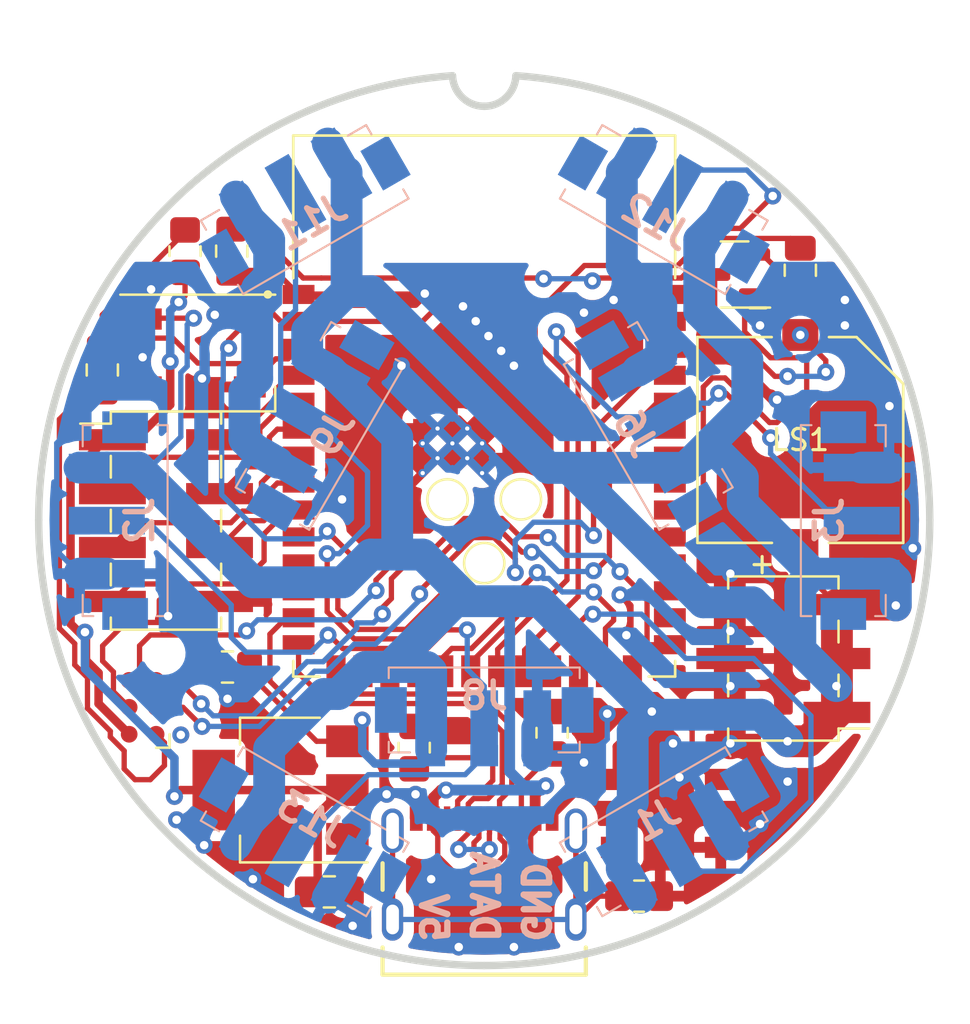
<source format=kicad_pcb>
(kicad_pcb (version 20211014) (generator pcbnew)

  (general
    (thickness 1.6)
  )

  (paper "A4")
  (layers
    (0 "F.Cu" signal)
    (31 "B.Cu" signal)
    (32 "B.Adhes" user "B.Adhesive")
    (33 "F.Adhes" user "F.Adhesive")
    (34 "B.Paste" user)
    (35 "F.Paste" user)
    (36 "B.SilkS" user "B.Silkscreen")
    (37 "F.SilkS" user "F.Silkscreen")
    (38 "B.Mask" user)
    (39 "F.Mask" user)
    (40 "Dwgs.User" user "User.Drawings")
    (41 "Cmts.User" user "User.Comments")
    (42 "Eco1.User" user "User.Eco1")
    (43 "Eco2.User" user "User.Eco2")
    (44 "Edge.Cuts" user)
    (45 "Margin" user)
    (46 "B.CrtYd" user "B.Courtyard")
    (47 "F.CrtYd" user "F.Courtyard")
    (48 "B.Fab" user)
    (49 "F.Fab" user)
    (50 "User.1" user)
    (51 "User.2" user)
    (52 "User.3" user)
    (53 "User.4" user)
    (54 "User.5" user)
    (55 "User.6" user)
    (56 "User.7" user)
    (57 "User.8" user)
    (58 "User.9" user)
  )

  (setup
    (stackup
      (layer "F.SilkS" (type "Top Silk Screen"))
      (layer "F.Paste" (type "Top Solder Paste"))
      (layer "F.Mask" (type "Top Solder Mask") (thickness 0.01))
      (layer "F.Cu" (type "copper") (thickness 0.035))
      (layer "dielectric 1" (type "core") (thickness 1.51) (material "FR4") (epsilon_r 4.5) (loss_tangent 0.02))
      (layer "B.Cu" (type "copper") (thickness 0.035))
      (layer "B.Mask" (type "Bottom Solder Mask") (thickness 0.01))
      (layer "B.Paste" (type "Bottom Solder Paste"))
      (layer "B.SilkS" (type "Bottom Silk Screen"))
      (copper_finish "None")
      (dielectric_constraints no)
    )
    (pad_to_mask_clearance 0)
    (pcbplotparams
      (layerselection 0x00010fc_ffffffff)
      (disableapertmacros false)
      (usegerberextensions false)
      (usegerberattributes true)
      (usegerberadvancedattributes true)
      (creategerberjobfile true)
      (svguseinch false)
      (svgprecision 6)
      (excludeedgelayer true)
      (plotframeref false)
      (viasonmask false)
      (mode 1)
      (useauxorigin false)
      (hpglpennumber 1)
      (hpglpenspeed 20)
      (hpglpendiameter 15.000000)
      (dxfpolygonmode true)
      (dxfimperialunits true)
      (dxfusepcbnewfont true)
      (psnegative false)
      (psa4output false)
      (plotreference true)
      (plotvalue true)
      (plotinvisibletext false)
      (sketchpadsonfab false)
      (subtractmaskfromsilk false)
      (outputformat 1)
      (mirror false)
      (drillshape 0)
      (scaleselection 1)
      (outputdirectory "gerber/")
    )
  )

  (net 0 "")
  (net 1 "+5V")
  (net 2 "GND")
  (net 3 "+3V3")
  (net 4 "ESP_EN")
  (net 5 "LED_INTERNAL")
  (net 6 "ESP_TX")
  (net 7 "ESP_RX")
  (net 8 "ESP_IO0")
  (net 9 "ESP_D+")
  (net 10 "unconnected-(U2-Pad17)")
  (net 11 "ESP_D-")
  (net 12 "ESP_IO4")
  (net 13 "Net-(J4-PadB5)")
  (net 14 "Net-(J4-PadS1)")
  (net 15 "Net-(J4-PadA5)")
  (net 16 "unconnected-(J4-PadA8)")
  (net 17 "unconnected-(J4-PadB8)")
  (net 18 "BUZZER")
  (net 19 "ESP_IO5")
  (net 20 "ESP_IO6")
  (net 21 "ESP_IO7")
  (net 22 "ESP_IO8")
  (net 23 "LED_EXTERNAL_0")
  (net 24 "ESP_IO9")
  (net 25 "unconnected-(U2-Pad11)")
  (net 26 "unconnected-(U2-Pad15)")
  (net 27 "unconnected-(U2-Pad16)")
  (net 28 "LED_EXTERNAL_2")
  (net 29 "LED_EXTERNAL_4")
  (net 30 "LED_EXTERNAL_1")
  (net 31 "LED_EXTERNAL_3")
  (net 32 "LED_EXTERNAL_5")
  (net 33 "unconnected-(U2-Pad24)")
  (net 34 "unconnected-(U2-Pad26)")
  (net 35 "unconnected-(U2-Pad28)")
  (net 36 "unconnected-(U2-Pad29)")
  (net 37 "unconnected-(U2-Pad30)")
  (net 38 "unconnected-(U2-Pad31)")
  (net 39 "unconnected-(U2-Pad33)")
  (net 40 "unconnected-(U2-Pad34)")
  (net 41 "unconnected-(U2-Pad35)")
  (net 42 "unconnected-(U2-Pad38)")
  (net 43 "unconnected-(U2-Pad39)")
  (net 44 "unconnected-(D2-Pad2)")
  (net 45 "unconnected-(D1-Pad2)")
  (net 46 "Net-(LS1-PadN)")
  (net 47 "unconnected-(U2-Pad10)")
  (net 48 "unconnected-(U2-Pad12)")

  (footprint "LED_SMD:LED_WS2812B_PLCC4_5.0x5.0mm_P3.2mm" (layer "F.Cu") (at 58.7 63.8))

  (footprint "TestPoint:TestPoint_Pad_D1.5mm" (layer "F.Cu") (at 51.73 49))

  (footprint "TestPoint:TestPoint_Pad_D1.5mm" (layer "F.Cu") (at 48.27 49))

  (footprint "Resistor_SMD:R_0805_2012Metric_Pad1.20x1.40mm_HandSolder" (layer "F.Cu") (at 57.3 67.7))

  (footprint "CMI-9705-0380-SMT-TR:CUI_CMI-9705-0380-SMT-TR" (layer "F.Cu") (at 64.9 46.2 180))

  (footprint "AMS1117:SOT-223-3Lead_TabPin2" (layer "F.Cu") (at 40.4 62.7 180))

  (footprint "Capacitor_SMD:C_0805_2012Metric_Pad1.18x1.45mm_HandSolder" (layer "F.Cu") (at 32 42.9 -90))

  (footprint "Resistor_SMD:R_0805_2012Metric_Pad1.20x1.40mm_HandSolder" (layer "F.Cu") (at 46.7 60.7 90))

  (footprint "Connector_PinHeader_2.54mm:PinHeader_2x04_P2.54mm_Vertical_SMD" (layer "F.Cu") (at 35 50))

  (footprint "Capacitor_SMD:C_0805_2012Metric_Pad1.18x1.45mm_HandSolder" (layer "F.Cu") (at 64.9 38.2 -90))

  (footprint "LED_SMD:LED_WS2812B_PLCC4_5.0x5.0mm_P3.2mm" (layer "F.Cu") (at 36.5 42.1))

  (footprint "Connector:Tag-Connect_TC2030-IDC-NL_2x03_P1.27mm_Vertical" (layer "F.Cu") (at 33.9 58.8 90))

  (footprint "ESP32-S3:XCVR_ESP32-S3-WROOM-1-N16R2" (layer "F.Cu") (at 50 44.6))

  (footprint "Package_TO_SOT_SMD:SOT-23" (layer "F.Cu") (at 61.8 38.4 180))

  (footprint "Resistor_SMD:R_0805_2012Metric_Pad1.20x1.40mm_HandSolder" (layer "F.Cu") (at 35.9 37.3 90))

  (footprint "USB:GCT_USB4105-GF-A" (layer "F.Cu") (at 50 68.8))

  (footprint "Connector_PinHeader_2.54mm:PinHeader_2x03_P2.54mm_Vertical_SMD" (layer "F.Cu") (at 64.1 56.5 180))

  (footprint "Capacitor_SMD:C_0805_2012Metric_Pad1.18x1.45mm_HandSolder" (layer "F.Cu") (at 42.7 67.5))

  (footprint "TestPoint:TestPoint_Pad_D1.5mm" (layer "F.Cu") (at 50 52))

  (footprint "Resistor_SMD:R_0805_2012Metric_Pad1.20x1.40mm_HandSolder" (layer "F.Cu") (at 53.2 60 90))

  (footprint "Capacitor_SMD:C_0805_2012Metric_Pad1.18x1.45mm_HandSolder" (layer "F.Cu") (at 38.1 37.3 -90))

  (footprint "Capacitor_SMD:C_0805_2012Metric_Pad1.18x1.45mm_HandSolder" (layer "F.Cu") (at 37.9 56.9 180))

  (footprint "KYOCERA:009155003541006" (layer "B.Cu") (at 43.07 46 -120))

  (footprint "KYOCERA:009155003541006" (layer "B.Cu") (at 42 63.86 -30))

  (footprint "KYOCERA:009155003541006" (layer "B.Cu") (at 58 63.86 30))

  (footprint "KYOCERA:009155003541006" (layer "B.Cu") (at 66 50 90))

  (footprint "KYOCERA:009155003541006" (layer "B.Cu") (at 56.93 46 120))

  (footprint "KYOCERA:009155003541006" (layer "B.Cu") (at 58 36.14 150))

  (footprint "KYOCERA:009155003541006" (layer "B.Cu") (at 50 58))

  (footprint "KYOCERA:009155003541006" (layer "B.Cu") (at 42 36.14 -150))

  (footprint "KYOCERA:009155003541006" (layer "B.Cu") (at 34 50 -90))

  (gr_curve (pts (xy 51.494084 29.029381) (xy 51.462519 29.829935) (xy 50.808295 30.470615) (xy 50.000011 30.470615)) (layer "Edge.Cuts") (width 0.35) (tstamp 02025f0d-2c36-4e8a-b2f2-bd209884a171))
  (gr_curve (pts (xy 71 49.970609) (xy 71 38.875572) (xy 62.393957 29.796475) (xy 51.494084 29.029381)) (layer "Edge.Cuts") (width 0.35) (tstamp 15e7e8ae-30f8-4ab4-8598-527b01c57ead))
  (gr_curve (pts (xy 29.000001 49.970609) (xy 29.000001 61.568588) (xy 38.402011 70.970619) (xy 50.000011 70.970619)) (layer "Edge.Cuts") (width 0.35) (tstamp 2fe86075-1652-4a57-add0-6a0d4ccd3bba))
  (gr_curve (pts (xy 50.000011 70.970619) (xy 61.59799 70.970619) (xy 71 61.568588) (xy 71 49.970609)) (layer "Edge.Cuts") (width 0.35) (tstamp 6f5105ac-cf26-4982-b835-feffb12fc1cd))
  (gr_curve (pts (xy 48.505916 29.029381) (xy 37.606022 29.796475) (xy 29.000001 38.875572) (xy 29.000001 49.970609)) (layer "Edge.Cuts") (width 0.35) (tstamp 83454dc4-d07d-4169-b1b5-ccfdc401f507))
  (gr_curve (pts (xy 50.000011 30.470615) (xy 49.191706 30.470615) (xy 48.537482 29.829935) (xy 48.505916 29.029381)) (layer "Edge.Cuts") (width 0.35) (tstamp ae5e877b-644d-456e-b5ef-1a64fc0b52f5))
  (gr_text "DATA" (at 50 70 270) (layer "B.SilkS") (tstamp 71347679-6d00-4bdf-82a7-292868af630f)
    (effects (font (size 1.2 1.2) (thickness 0.3)) (justify left mirror))
  )
  (gr_text "GND" (at 52.4 70 270) (layer "B.SilkS") (tstamp b78bfc8f-0469-4499-ad41-c131461c3c5d)
    (effects (font (size 1.2 1.2) (thickness 0.3)) (justify left mirror))
  )
  (gr_text "5V" (at 47.6 70 270) (layer "B.SilkS") (tstamp fcb97466-92b0-4979-a8fb-7f5018f5491e)
    (effects (font (size 1.2 1.2) (thickness 0.3)) (justify left mirror))
  )

  (via (at 35.7 60.1) (size 0.8) (drill 0.4) (layers "F.Cu" "B.Cu") (free) (net 0) (tstamp 3a1a3334-b5d3-4b75-9524-906571210d3b))
  (segment (start 66.625 53.96) (end 69.36 53.96) (width 1.5) (layer "F.Cu") (net 1) (tstamp 1ab7e168-65ef-4c69-aee8-827e1f2d4f74))
  (segment (start 42.1 60.4) (end 43.55 60.4) (width 0.25) (layer "F.Cu") (net 1) (tstamp 257b7ca8-1cb9-4fe8-84ad-e7a71d3c2e46))
  (segment (start 47.6 63.062978) (end 47.6 64.045) (width 0.508) (layer "F.Cu") (net 1) (tstamp 26890865-820e-4f14-b8f0-4f830b5d6ea8))
  (segment (start 57.9 59) (end 56.25 60.65) (width 0.4) (layer "F.Cu") (net 1) (tstamp 2916e286-2d8e-459a-a801-ff7973ef9fa7))
  (segment (start 47.962978 62.7) (end 47.6 63.062978) (width 0.508) (layer "F.Cu") (net 1) (tstamp 2feeab13-c423-4052-9869-99a9a36c9cec))
  (segment (start 36.2995 40.458879) (end 34.741121 40.458879) (width 0.25) (layer "F.Cu") (net 1) (tstamp 32268ec9-ef36-4455-9db6-a5ee2b2432f4))
  (segment (start 64.9 51.15) (end 64.9 52.235) (width 0.25) (layer "F.Cu") (net 1) (tstamp 3872a798-7f5f-4b91-96ae-c068ecddcd72))
  (segment (start 47.6 64.045) (end 47.6 64.620727) (width 0.25) (layer "F.Cu") (net 1) (tstamp 3f525730-2b60-4fcf-adc6-0a8cf97d099c))
  (segment (start 52.4 62.9) (end 52.4 64.045) (width 0.508) (layer "F.Cu") (net 1) (tstamp 49322a6e-e281-46e3-ad3d-20050b2bb3dc))
  (segment (start 52.190479 65.809521) (end 52.190479 64.830248) (width 0.25) (layer "F.Cu") (net 1) (tstamp 4c6ebc15-4f96-4288-a5ed-5a7b5b989e43))
  (segment (start 64.9 52.235) (end 66.625 53.96) (width 0.25) (layer "F.Cu") (net 1) (tstamp 596c4946-f4f7-4581-a679-c686de92f943))
  (segment (start 69.36 53.96) (end 69.4 54) (width 1.5) (layer "F.Cu") (net 1) (tstamp 5f29c71d-d990-4098-9efa-edd1d6e06641))
  (segment (start 48.2 62.7) (end 47.962978 62.7) (width 0.508) (layer "F.Cu") (net 1) (tstamp 611ac314-42cd-41a8-91b4-3f1060711534))
  (segment (start 52.9 62.4) (end 52.4 62.9) (width 0.508) (layer "F.Cu") (net 1) (tstamp 61fc3ea2-00fe-49a0-abaa-a83a0272f2cb))
  (segment (start 64.3 60.4) (end 65.265 60.4) (width 1.5) (layer "F.Cu") (net 1) (tstamp 66cebd83-6351-4cf9-844e-f0e2e255291e))
  (segment (start 52.4 64.620727) (end 52.4 64.045) (width 0.25) (layer "F.Cu") (net 1) (tstamp 6c751816-cee0-4df4-9d46-48a5e4e5ba4f))
  (segment (start 52.9 62.4) (end 52.9 62.5) (width 0.508) (layer "F.Cu") (net 1) (tstamp 6f0fe351-769e-4b3a-bceb-af950cef9286))
  (segment (start 48.7 66.7) (end 51.3 66.7) (width 0.25) (layer "F.Cu") (net 1) (tstamp 7b171160-3831-405e-beb6-8ecdd733f235))
  (segment (start 47.809521 64.830248) (end 47.809521 65.809521) (width 0.25) (layer "F.Cu") (net 1) (tstamp 81890a6b-86dd-4622-940a-2aa2760cf519))
  (segment (start 38.9375 56.9) (end 38.9375 57.2375) (width 0.25) (layer "F.Cu") (net 1) (tstamp 8233a213-1f1f-4788-8fee-5f729bbf84da))
  (segment (start 56.25 60.65) (end 56.25 62.2) (width 0.4) (layer "F.Cu") (net 1) (tstamp 84effbd7-df07-4ed7-9a69-3f907cd61bf4))
  (segment (start 66.625 56.5) (end 66.625 59.04) (width 1.5) (layer "F.Cu") (net 1) (tstamp 912045d1-f4a7-41cf-a4f2-c3a419404778))
  (segment (start 52.190479 64.830248) (end 52.4 64.620727) (width 0.25) (layer "F.Cu") (net 1) (tstamp a48be18c-803e-4df9-a0c7-4ef12645cc81))
  (segment (start 65.265 60.4) (end 66.625 59.04) (width 1.5) (layer "F.Cu") (net 1) (tstamp ac514b35-215a-4457-8b72-7ea059606705))
  (segment (start 44.250498 59.4) (end 44.250498 59.699502) (width 0.25) (layer "F.Cu") (net 1) (tstamp af240a80-16db-447f-8ae2-22f0ca408f4c))
  (segment (start 38.9375 57.2375) (end 42.1 60.4) (width 0.25) (layer "F.Cu") (net 1) (tstamp b5caeb15-a9b8-440b-bb54-7f763a444911))
  (segment (start 34.7 40.5) (end 34.05 40.5) (width 0.25) (layer "F.Cu") (net 1) (tstamp c00ea4d0-8e97-4f26-898d-2de8b03be371))
  (segment (start 34.741121 40.458879) (end 34.7 40.5) (width 0.25) (layer "F.Cu") (net 1) (tstamp cc39bb68-6c5c-4d45-9568-e1f8b4124458))
  (segment (start 47.809521 65.809521) (end 48.7 66.7) (width 0.25) (layer "F.Cu") (net 1) (tstamp d5bfb570-d704-4eb8-b9c2-5ca29b1b7012))
  (segment (start 47.6 64.620727) (end 47.809521 64.830248) (width 0.25) (layer "F.Cu") (net 1) (tstamp db8a87c6-0cb3-451a-8993-2036f12ab455))
  (segment (start 51.3 66.7) (end 52.190479 65.809521) (width 0.25) (layer "F.Cu") (net 1) (tstamp e2b85c11-50d6-44cf-b9bc-ff730288aaa3))
  (segment (start 66.625 53.96) (end 66.625 56.5) (width 1.5) (layer "F.Cu") (net 1) (tstamp e2cfb055-efcc-4c97-8848-6b15df2b09ea))
  (segment (start 44.250498 59.699502) (end 43.55 60.4) (width 0.25) (layer "F.Cu") (net 1) (tstamp ee8b1744-4bb9-4ca7-81d6-73205f8acd2d))
  (via (at 64.3 60.4) (size 0.8) (drill 0.4) (layers "F.Cu" "B.Cu") (net 1) (tstamp 436cd9a8-9e91-4dcb-974d-546eb40615ac))
  (via (at 57.9 59) (size 0.8) (drill 0.4) (layers "F.Cu" "B.Cu") (net 1) (tstamp 4dc2cc97-f1d0-44db-ad42-6887226034f6))
  (via (at 69.4 54) (size 0.8) (drill 0.4) (layers "F.Cu" "B.Cu") (net 1) (tstamp 5585aa5f-4576-46b3-b861-dba8c9f62dda))
  (via (at 52.9 62.5) (size 0.8) (drill 0.4) (layers "F.Cu" "B.Cu") (net 1) (tstamp 87aec584-7456-45f3-91a4-30c7766c368e))
  (via (at 44.250498 59.4) (size 0.8) (drill 0.4) (layers "F.Cu" "B.Cu") (net 1) (tstamp 967020df-d1e7-4f1b-839c-f7000e628acb))
  (via (at 36.2995 40.458879) (size 0.8) (drill 0.4) (layers "F.Cu" "B.Cu") (net 1) (tstamp a99d0c10-df94-419b-bc4d-bc2210591662))
  (via (at 66.6 57.8) (size 0.8) (drill 0.4) (layers "F.Cu" "B.Cu") (net 1) (tstamp dd20fc3f-bfb0-4859-92ab-4c54a5b8bb0e))
  (via (at 48.2 62.7) (size 0.8) (drill 0.4) (layers "F.Cu" "B.Cu") (net 1) (tstamp edd82b38-554f-4063-8b74-79348c29555f))
  (segment (start 35.7 46.05) (end 34.25 47.5) (width 0.25) (layer "B.Cu") (net 1) (tstamp 000a1d7a-94de-465c-b1b8-7b80a99f1291))
  (segment (start 45.9 46.069206) (end 45.9 51.6) (width 1.5) (layer "B.Cu") (net 1) (tstamp 02752434-8751-4b0d-8659-7192343eb75c))
  (segment (start 30.924989 47.499808) (end 32.2125 47.5) (width 1.5) (layer "B.Cu") (net 1) (tstamp 039d0357-4bce-43db-8ed6-cc1ad547c7aa))
  (segment (start 45.9 51.6) (end 47.1 51.6) (width 1.5) (layer "B.Cu") (net 1) (tstamp 06fb19a5-e5a1-4470-9c66-0d0573961e35))
  (segment (start 44.690322 39.187563) (end 43.512437 39.187563) (width 1.5) (layer "B.Cu") (net 1) (tstamp 09cde777-0ab0-4020-84e7-f09949f6bc93))
  (segment (start 57.9 59) (end 57.8 59.1) (width 1.5) (layer "B.Cu") (net 1) (tstamp 0b6db8cc-5cb3-48ff-a3b2-913cfa268b0f))
  (segment (start 34.25 47.5) (end 32.2125 47.5) (width 0.25) (layer "B.Cu") (net 1) (tstamp 0c7e9d97-f083-4f21-9947-6ed781c0168a))
  (segment (start 62.4 44.599334) (end 59.72802 47.271314) (width 1.5) (layer "B.Cu") (net 1) (tstamp 0ceb70ab-b158-499e-9df4-36f9a07d50bf))
  (segment (start 43.512437 39.187563) (end 43.512437 33.583103) (width 1.5) (layer "B.Cu") (net 1) (tstamp 126db389-6547-4ef3-914b-9e7fb07867b2))
  (segment (start 47.1 51.6) (end 49.300011 53.800011) (width 1.5) (layer "B.Cu") (net 1) (tstamp 13e15420-77eb-4f3f-a87f-e3b05367207d))
  (segment (start 47.12385 61.450969) (end 47.499808 61.075011) (width 0.4) (layer "B.Cu") (net 1) (tstamp 1438393f-50be-4584-85cb-64a81069712c))
  (segment (start 39.106586 52.907564) (end 33.699022 47.5) (width 1.5) (layer "B.Cu") (net 1) (tstamp 16f487b6-b824-4b58-91f2-d6b2e9bce3c5))
  (segment (start 43.271314 33.34198) (end 43.271314 33.671314) (width 0.508) (layer "B.Cu") (net 1) (tstamp 179f68f0-a496-4478-807a-8a228ac1fdea))
  (segment (start 44.250498 59.4) (end 44.250498 60.850498) (width 0.4) (layer "B.Cu") (net 1) (tstamp 17f3049c-2ecb-4506-920c-a906c8f57c5c))
  (segment (start 53.015196 47.512437) (end 44.690322 39.187563) (width 1.5) (layer "B.Cu") (net 1) (tstamp 1dfa3d63-37cc-4399-bc81-c26354601270))
  (segment (start 36.2995 40.458879) (end 36 40.758379) (width 0.25) (layer "B.Cu") (net 1) (tstamp 1e7724cc-12e1-4dd8-b75b-d3f7a3bffcec))
  (segment (start 43.512437 39.187563) (end 41.657058 41.042942) (width 1.5) (layer "B.Cu") (net 1) (tstamp 226133bf-717b-412e-a057-c2e86f0862ed))
  (segment (start 66.6 57.8) (end 64.900489 56.100489) (width 1.5) (layer "B.Cu") (net 1) (tstamp 2270ac14-2b76-48f7-a1d6-48e1bcb60399))
  (segment (start 47.5 59.7875) (end 47.5 57.100978) (width 1.5) (layer "B.Cu") (net 1) (tstamp 22ce26e9-6173-4555-ab7a-a54424d6ac5d))
  (segment (start 57 59.9) (end 57 63.279259) (width 1.5) (layer "B.Cu") (net 1) (tstamp 22d04dce-cd6a-4cec-9e87-707fcc3a5f6a))
  (segment (start 60.843134 46.627724) (end 62.18657 47.97116) (width 1.5) (layer "B.Cu") (net 1) (tstamp 25b8529f-de0b-41ea-9eaf-944a1e96fb29))
  (segment (start 42.627724 32.226866) (end 43.271314 33.34198) (width 1.5) (layer "B.Cu") (net 1) (tstamp 2ae42398-6c29-43fd-a69b-1fdb739a259b))
  (segment (start 64.900489 53.099511) (end 65.5 52.5) (width 1.5) (layer "B.Cu") (net 1) (tstamp 321a4aec-45df-4ea5-9e1e-812b2e5883f0))
  (segment (start 39.863527 63.235679) (end 38.941186 64.15802) (width 1.5) (layer "B.Cu") (net 1) (tstamp 35323539-3c91-45ae-a02b-2c1c09a1a440))
  (segment (start 61.058814 35.84198) (end 60.136473 36.764321) (width 1.5) (layer "B.Cu") (net 1) (tstamp 3934c9a6-865d-40a7-bafa-f7759a48a519))
  (segment (start 62.18657 49.18657) (end 65.5 52.5) (width 1.5) (layer "B.Cu") (net 1) (tstamp 3ab214bb-e580-4dcb-86c8-1a855e3bd773))
  (segment (start 60.136473 40.136473) (end 62.4 42.4) (width 1.5) (layer "B.Cu") (net 1) (tstamp 3cb6da36-fe9c-4984-b9ef-754b7cca2469))
  (segment (start 52.9 62.5) (end 51.867363 62.5) (width 0.508) (layer "B.Cu") (net 1) (tstamp 3db1eab7-d1e2-4856-9133-6156a5b07976))
  (segment (start 44.250498 60.850498) (end 44.850969 61.450969) (width 0.4) (layer "B.Cu") (net 1) (tstamp 3e8ceb7f-0b7c-48cb-b0fc-480d30c2e45a))
  (segment (start 47.5 57.100978) (end 47.299511 56.900489) (width 1.5) (layer "B.Cu") (net 1) (tstamp 406d6b8f-8aac-4a85-9861-7c8d913b32e2))
  (segment (start 44.399511 56.900489) (end 43.12644 58.17356) (width 1.5) (layer "B.Cu") (net 1) (tstamp 427bf77c-3e29-425b-a73a-64a9975c3d5f))
  (segment (start 53.015196 47.512437) (end 53.986585 47.512437) (width 1.5) (layer "B.Cu") (net 1) (tstamp 4551b841-6bf4-4692-8680-0c8c210e0d5f))
  (segment (start 56.487563 63.791696) (end 56.487563 66.416897) (width 1.5) (layer "B.Cu") (net 1) (tstamp 48bfb054-35fa-46a1-9ac3-456bc3eae2b4))
  (segment (start 53.986585 47.512437) (end 60.324637 53.850489) (width 1.5) (layer "B.Cu") (net 1) (tstamp 4997c37b-168d-4bbd-9073-89e792676323))
  (segment (start 51.2 54) (end 51.4 53.8) (width 0.508) (layer "B.Cu") (net 1) (tstamp 4d55b5f5-0ddb-4e00-a307-da3ecfaf3e29))
  (segment (start 47.100489 56.900489) (end 47.299511 56.900489) (width 1.5) (layer "B.Cu") (net 1) (tstamp 4f2decb1-190c-44f6-bb9c-f88f37317c45))
  (segment (start 51.2 61.832637) (end 51.2 54) (width 0.508) (layer "B.Cu") (net 1) (tstamp 635632b3-9828-4261-86e3-f775f3b55cdc))
  (segment (start 39.863527 60.756073) (end 39.863527 63.235679) (width 1.5) (layer "B.Cu") (net 1) (tstamp 64836aae-6684-4d99-99ed-c051a4707264))
  (segment (start 52.7 62.7) (end 52.9 62.5) (width 0.508) (layer "B.Cu") (net 1) (tstamp 683090bf-0121-4bb4-b7d7-6702c2335793))
  (segment (start 65.5 52.5) (end 67.7875 52.5) (width 1.5) (layer "B.Cu") (net 1) (tstamp 6c892449-fa98-4beb-9545-a7daa2d377fc))
  (segment (start 62.18657 47.97116) (end 62.18657 49.18657) (width 1.5) (layer "B.Cu") (net 1) (tstamp 6d97a773-7566-43e5-a8e3-b42dc24928d5))
  (segment (start 44.643716 51.6) (end 43.336152 52.907564) (width 1.5) (layer "B.Cu") (net 1) (tstamp 6de3070a-7531-42ce-a1d4-a7c785d5ad43))
  (segment (start 48.2 62.7) (end 52.7 62.7) (width 0.508) (layer "B.Cu") (net 1) (tstamp 6eceff25-1402-46b4-8802-cdab6ba8051e))
  (segment (start 69.075011 52.500192) (end 67.7875 52.5) (width 1.5) (layer "B.Cu") (net 1) (tstamp 7362ae56-3517-4081-bccb-817245acf9af))
  (segment (start 57.372276 67.773134) (end 56.728686 66.65802) (width 1.5) (layer "B.Cu") (net 1) (tstamp 755079d2-c7b5-4488-b47a-e8bf3710027f))
  (segment (start 59.72802 47.271314) (end 59.486897 47.512437) (width 1.5) (layer "B.Cu") (net 1) (tstamp 83830d69-3c9d-4225-81c0-c67c61c0f729))
  (segment (start 36 42.724614) (end 35.7 43.024614) (width 0.25) (layer "B.Cu") (net 1) (tstamp 84c4a4ce-8793-48a2-aff2-1ab74dfdc036))
  (segment (start 69.4 54) (end 69.4 52.825181) (width 1.5) (layer "B.Cu") (net 1) (tstamp 87e8d44a-40ef-4b5d-8a93-6c64fe74fc52))
  (segment (start 49.300011 53.800011) (end 51.4 53.800011) (width 1.5) (layer "B.Cu") (net 1) (tstamp 89f0ec50-3286-45bd-baf2-ff765b9d8559))
  (segment (start 57 63.279259) (end 56.487563 63.791696) (width 1.5) (layer "B.Cu") (net 1) (tstamp 933238fb-16f6-4e20-b64d-995aae6fc102))
  (segment (start 52.6 53.8) (end 51.4 53.8) (width 1.5) (layer "B.Cu") (net 1) (tstamp 93f94c51-bd02-41aa-bb9c-a02507e54439))
  (segment (start 59.486897 47.512437) (end 53.015196 47.512437) (width 1.5) (layer "B.Cu") (net 1) (tstamp 96811c80-254d-4a3b-aee9-08c8ff535e96))
  (segment (start 47.5 59.7875) (end 47.5 60.825002) (width 1.5) (layer "B.Cu") (net 1) (tstamp 9b156987-84e0-41cc-8fab-8745b1127132))
  (segment (start 64.3 60.4) (end 63.049511 59.149511) (width 1.5) (layer "B.Cu") (net 1) (tstamp a17f60e7-a19a-4917-a542-50de05e641ff))
  (segment (start 45.9 51.6) (end 44.643716 51.6) (width 1.5) (layer "B.Cu") (net 1) (tstamp a27eb3e7-e616-4e82-85fe-58320642a286))
  (segment (start 62.4 42.4) (end 62.4 44.599334) (width 1.5) (layer "B.Cu") (net 1) (tstamp a29452be-4f39-4693-adc0-fc9556c10fd5))
  (segment (start 38.297265 65.272942) (end 38.941186 64.15802) (width 1.5) (layer "B.Cu") (net 1) (tstamp a2c7e02a-9eb7-4fe3-8b47-9b3a800c52f3))
  (segment (start 61.702735 34.727058) (end 61.058814 35.84198) (width 1.5) (layer "B.Cu") (net 1) (tstamp a3045687-06ae-41a2-b8bb-606ffc9713b2))
  (segment (start 43.12644 58.17356) (end 42.44604 58.17356) (width 1.5) (layer "B.Cu") (net 1) (tstamp a6139950-bd72-4077-9ded-714b6d3be9b0))
  (segment (start 69.4 52.825181) (end 69.075011 52.500192) (width 1.5) (layer "B.Cu") (net 1) (tstamp aa0c6cfa-bb23-4be4-8d0c-cb7d53887b58))
  (segment (start 57.9 59) (end 57 59.9) (width 1.5) (layer "B.Cu") (net 1) (tstamp aa522aa1-f9e1-4b86-b497-b5c431c62a9f))
  (segment (start 64.900489 56.100489) (end 62.650489 53.850489) (width 1.5) (layer "B.Cu") (net 1) (tstamp ad80e1b4-dacc-4ef8-b3a7-46455c3329c7))
  (segment (start 64.900489 56.100489) (end 64.900489 53.099511) (width 1.5) (layer "B.Cu") (net 1) (tstamp ae7ed41c-08c1-4564-bc36-4ce9f60cf0e8))
  (segment (start 41.657058 41.042942) (end 41.657058 42.297265) (width 1.5) (layer "B.Cu") (net 1) (tstamp b4b4187d-c722-4771-ae57-d45afe2c5985))
  (segment (start 36 40.758379) (end 36 42.724614) (width 0.25) (layer "B.Cu") (net 1) (tstamp b5d413ec-9ad1-4439-8c32-564e557ed3f8))
  (segment (start 44.399511 56.900489) (end 45.540513 56.900489) (width 1.5) (layer "B.Cu") (net 1) (tstamp b6796925-057f-4a79-b053-909892435f42))
  (segment (start 48.641013 53.799989) (end 49.300011 53.799989) (width 1.5) (layer "B.Cu") (net 1) (tstamp badead41-a09c-4817-acdb-386c1fec443a))
  (segment (start 57.949511 59.149511) (end 52.6 53.8) (width 1.5) (layer "B.Cu") (net 1) (tstamp be06a883-e6c5-4ee8-9c54-6d953990c981))
  (segment (start 45.540513 56.900489) (end 48.641013 53.799989) (width 1.5) (layer "B.Cu") (net 1) (tstamp c0f0c0e8-9604-4b38-8836-7e8e5602ca22))
  (segment (start 42.44604 58.17356) (end 39.863527 60.756073) (width 1.5) (layer "B.Cu") (net 1) (tstamp c8be5b16-7959-4c2a-b3c6-62c0abda0e66))
  (segment (start 60.136473 36.764321) (end 60.136473 40.136473) (width 1.5) (layer "B.Cu") (net 1) (tstamp d8853521-2a77-47c9-b80a-25d80623239a))
  (segment (start 42.77198 42.941186) (end 41.657058 42.297265) (width 1.5) (layer "B.Cu") (net 1) (tstamp db67a6fa-cd89-4ab0-9f82-5dba5b70b20e))
  (segment (start 56.487563 66.416897) (end 56.728686 66.65802) (width 1.5) (layer "B.Cu") (net 1) (tstamp dd3226cf-861e-4979-bc7a-a71c0cb5cf36))
  (segment (start 35.7 43.024614) (end 35.7 46.05) (width 0.25) (layer "B.Cu") (net 1) (tstamp dd5ba85f-9d82-4728-8824-4a6f7e10ec2e))
  (segment (start 44.850969 61.450969) (end 47.12385 61.450969) (width 0.4) (layer "B.Cu") (net 1) (tstamp e48c4640-3917-4a15-82cd-e693d3fe966a))
  (segment (start 62.650489 53.850489) (end 60.324637 53.850489) (width 1.5) (layer "B.Cu") (net 1) (tstamp e56bc5ff-a481-40cc-b798-605facdcfd07))
  (segment (start 63.049511 59.149511) (end 57.949511 59.149511) (width 1.5) (layer "B.Cu") (net 1) (tstamp e642e97a-f3c4-411a-8f0a-f3b6d5ff19fc))
  (segment (start 59.72802 47.271314) (end 60.843134 46.627724) (width 1.5) (layer "B.Cu") (net 1) (tstamp e9812056-4eb2-49dc-9b88-fd1e16475462))
  (segment (start 42.77198 42.941186) (end 45.9 46.069206) (width 1.5) (layer "B.Cu") (net 1) (tstamp edc34e73-060c-4263-99d9-9108fb7d41b4))
  (segment (start 47.299511 56.900489) (end 44.399511 56.900489) (width 1.5) (layer "B.Cu") (net 1) (tstamp ee3390f0-17bd-4ce6-902e-e1dc6cdda17e))
  (segment (start 33.699022 47.5) (end 32.2125 47.5) (width 1.5) (layer "B.Cu") (net 1) (tstamp f6315cbf-c3ee-4785-a051-6f5d62b4451a))
  (segment (start 43.336152 52.907564) (end 39.106586 52.907564) (width 1.5) (layer "B.Cu") (net 1) (tstamp f6460525-e899-4a0c-85d1-812efcca154a))
  (segment (start 51.867363 62.5) (end 51.2 61.832637) (width 0.508) (layer "B.Cu") (net 1) (tstamp f99902e4-cf97-4f60-b119-be7e8a54b43d))
  (segment (start 32.014179 55.899707) (end 33.113886 54.8) (width 0.25) (layer "F.Cu") (net 2) (tstamp 03d2ba2a-17fe-4dc3-8ddc-cd9fba133e74))
  (segment (start 54.7 62.3) (end 53.2 63.8) (width 0.508) (layer "F.Cu") (net 2) (tstamp 07a3bdd5-9bdb-4c25-8973-a066541a28d9))
  (segment (start 46.762302 62.8995) (end 46.746489 62.915313) (width 0.508) (layer "F.Cu") (net 2) (tstamp 17189f31-c014-44c1-8209-1cc30c01e26c))
  (segment (start 61.6 60.499011) (end 61.575 60.474011) (width 1.5) (layer "F.Cu") (net 2) (tstamp 1909dafe-4914-431c-970d-b6c538a35e1f))
  (segment (start 37.1 43.7) (end 36.7 43.3) (width 0.25) (layer "F.Cu") (net 2) (tstamp 26076375-9c0f-4c8c-b382-353bbc4bb8a8))
  (segment (start 38.95 43.7) (end 37.1 43.7) (width 0.25) (layer "F.Cu") (net 2) (tstamp 2f912223-5d3a-4d96-b1bb-964e7b0383fd))
  (segment (start 61.575 60.474011) (end 61.575 59.04) (width 1.5) (layer "F.Cu") (net 2) (tstamp 300787f4-941b-410a-9759-90240dcbc056))
  (segment (start 33.6375 42.3) (end 32 43.9375) (width 0.25) (layer "F.Cu") (net 2) (tstamp 35b62bd3-e17c-4376-9053-45f272303719))
  (segment (start 59.824511 39.414511) (end 59.824511 40.324511) (width 0.25) (layer "F.Cu") (net 2) (tstamp 3c41a8c2-fa0d-4abd-aa07-1987501ee3ff))
  (segment (start 43.393559 67.5) (end 43.7375 67.5) (width 0.4) (layer "F.Cu") (net 2) (tstamp 4b02d05c-6571-4224-8fed-c1d79264e3cb))
  (segment (start 34.8 54.8) (end 35.1 54.5) (width 0.25) (layer "F.Cu") (net 2) (tstamp 5b28dee6-a622-4acf-8ba6-a1fbc026c638))
  (segment (start 54.7 61.4) (end 54.7 62.3) (width 0.508) (layer "F.Cu") (net 2) (tstamp 5e24d24c-622b-4264-a200-dbf79bf79799))
  (segment (start 62.7375 37.45) (end 63.1125 37.45) (width 0.25) (layer "F.Cu") (net 2) (tstamp 62e135cf-a6c6-43ef-bf9c-f572effd9bc9))
  (segment (start 32.014179 56.620293) (end 32.014179 55.899707) (width 0.25) (layer "F.Cu") (net 2) (tstamp 6d69c1aa-f150-4d43-9035-e38a1815236c))
  (segment (start 58.75 39.34) (end 59.75 39.34) (width 0.25) (layer "F.Cu") (net 2) (tstamp 6deee49d-a8f5-43b9-9ed2-4378f54b7db9))
  (segment (start 61.6 52.5) (end 61.575 52.525) (width 1.5) (layer "F.Cu") (net 2) (tstamp 70582b30-2738-4680-ac4c-3e62b7cd6837))
  (segment (start 64.9 39.2375) (end 64.5625 39.2375) (width 0.25) (layer "F.Cu") (net 2) (tstamp 805d8fb1-c398-4604-924d-8b626f5b3a92))
  (segment (start 32.523707 58.058707) (end 32.523707 57.129821) (width 0.25) (layer "F.Cu") (net 2) (tstamp 861e5d4c-1640-4149-9d29-8f95cb9a8612))
  (segment (start 32.523707 57.129821) (end 32.014179 56.620293) (width 0.25) (layer "F.Cu") (net 2) (tstamp 87f07270-d9c1-4430-a1ee-a5abd352b898))
  (segment (start 61.575 56.5) (end 61.575 59.04) (width 1.5) (layer "F.Cu") (net 2) (tstamp 8f3856d2-b264-400f-860a-d724318e810d))
  (segment (start 63.1125 37.45) (end 64.9 39.2375) (width 0.25) (layer "F.Cu") (net 2) (tstamp 8f6fa20d-1f3b-4b0e-abda-48feb0ecfaa0))
  (segment (start 59.824511 40.324511) (end 63.8 44.3) (width 0.25) (layer "F.Cu") (net 2) (tstamp 9346d22c-08d2-444d-9548-2b238f131c41))
  (segment (start 43.7375 67.5) (end 43.7375 67.4375) (width 0.25) (layer "F.Cu") (net 2) (tstamp 99166bd9-a5ee-4fc1-bc78-4c820ca75b63))
  (segment (start 38.1 38.3375) (end 40.2475 38.3375) (width 0.25) (layer "F.Cu") (net 2) (tstamp a8fec463-6071-4859-bc6b-19b174a7be94))
  (segment (start 40.2475 38.3375) (end 41.25 39.34) (width 0.25) (layer "F.Cu") (net 2) (tstamp b6ba2b4a-aea1-4c76-8082-d15be5acd349))
  (segment (start 61.575 53.96) (end 61.575 56.5) (width 1.5) (layer "F.Cu") (net 2) (tstamp bc00f6df-1865-43b5-ac2b-5ec22e261496))
  (segment (start 53.2 63.8) (end 53.2 64.045) (width 0.508) (layer "F.Cu") (net 2) (tstamp bced92ce-eb3d-424d-9740-d49c19f3260d))
  (segment (start 33.113886 54.8) (end 34.8 54.8) (width 0.25) (layer "F.Cu") (net 2) (tstamp c463e416-192b-4c71-ad41-be182af279ab))
  (segment (start 36.8625 57.3625) (end 37.9 58.4) (width 0.25) (layer "F.Cu") (net 2) (tstamp c522abfd-e276-4b16-9297-81f77712e2f8))
  (segment (start 36.8625 56.9) (end 36.8625 57.3625) (width 0.25) (layer "F.Cu") (net 2) (tstamp c736e4ec-fe76-46e9-9f13-89bff7659ea1))
  (segment (start 59.75 39.34) (end 59.824511 39.414511) (width 0.25) (layer "F.Cu") (net 2) (tstamp c7db85d8-de94-42fc-8b1e-20daf961929b))
  (segment (start 46.746489 63.991489) (end 46.8 64.045) (width 0.508) (layer "F.Cu") (net 2) (tstamp ce28af20-497a-46fd-92f6-60a7701874c1))
  (segment (start 33.9 42.3) (end 33.6375 42.3) (width 0.25) (layer "F.Cu") (net 2) (tstamp d5e391e3-9ffc-449d-9968-6c843a8553cf))
  (segment (start 64.5625 39.2375) (end 63 40.8) (width 0.25) (layer "F.Cu") (net 2) (tstamp e36d3f42-231e-4c6d-a315-337448754f77))
  (segment (start 33.265 58.8) (end 32.523707 58.058707) (width 0.25) (layer "F.Cu") (net 2) (tstamp ed4c1dc0-d1d4-46ce-95a9-0d27e19ba503))
  (segment (start 46.746489 62.915313) (end 46.746489 63.991489) (width 0.508) (layer "F.Cu") (net 2) (tstamp f10cf6de-07ab-4f28-9881-39c2f1e41f45))
  (segment (start 61.575 52.525) (end 61.575 53.96) (width 1.5) (layer "F.Cu") (net 2) (tstamp fe27b15c-b493-4d6e-94c6-b753cb51c90e))
  (via (at 70.2 51.3) (size 0.8) (drill 0.4) (layers "F.Cu" "B.Cu") (free) (net 2) (tstamp 0206b6e0-62e2-469b-b266-b0c38a150a9e))
  (via (at 34.3 39.1) (size 0.8) (drill 0.4) (layers "F.Cu" "B.Cu") (free) (net 2) (tstamp 028ada24-aa1f-411f-9a3d-add85266bcde))
  (via (at 36.7 43.3) (size 0.8) (drill 0.4) (layers "F.Cu" "B.Cu") (net 2) (tstamp 03b308bc-e228-43f7-a7b3-884870b07455))
  (via (at 61.6 60.499011) (size 0.8) (drill 0.4) (layers "F.Cu" "B.Cu") (net 2) (tstamp 12ea2801-9517-4e37-a737-56fde08f23da))
  (via (at 37.9 58.4) (size 0.8) (drill 0.4) (layers "F.Cu" "B.Cu") (free) (net 2) (tstamp 19600666-49fc-44ab-9eb0-3c681a8860f6))
  (via (at 58.9 60.5) (size 0.8) (drill 0.4) (layers "F.Cu" "B.Cu") (free) (net 2) (tstamp 2a904303-5208-495e-a523-ce0dbaa410e7))
  (via (at 63 40.8) (size 0.8) (drill 0.4) (layers "F.Cu" "B.Cu") (net 2) (tstamp 2d634e50-f730-44b5-b223-a807f57d9df5))
  (via (at 50.2 41.3) (size 0.8) (drill 0.4) (layers "F.Cu" "B.Cu") (free) (net 2) (tstamp 331d9ca6-8000-42da-9707-e9d388cdc970))
  (via (at 45.4 62.9) (size 0.8) (drill 0.4) (layers "F.Cu" "B.Cu") (free) (net 2) (tstamp 3576dff6-7568-49d9-84f1-c4e7fd8e9ac8))
  (via (at 46.762302 62.8995) (size 0.8) (drill 0.4) (layers "F.Cu" "B.Cu") (net 2) (tstamp 3a4c72c8-063b-4c79-89cf-2b4779128be0))
  (via (at 59.2 62.1) (size 0.8) (drill 0.4) (layers "F.Cu" "B.Cu") (free) (net 2) (tstamp 3b7631be-406b-4e60-823d-4abacd4cd245))
  (via (at 46.1 42.7) (size 0.8) (drill 0.4) (layers "F.Cu" "B.Cu") (free) (net 2) (tstamp 40cf4bee-0df0-44e8-84fc-e93a6c997857))
  (via (at 69.1 44.6) (size 0.8) (drill 0.4) (layers "F.Cu" "B.Cu") (free) (net 2) (tstamp 4b15531f-489d-478c-bc2f-6e9f78429811))
  (via (at 39.1 66.9) (size 0.8) (drill 0.4) (layers "F.Cu" "B.Cu") (free) (net 2) (tstamp 4e7f6e6e-d425-4f95-9b59-21d5e298812e))
  (via (at 48.8 70.1) (size 0.8) (drill 0.4) (layers "F.Cu" "B.Cu") (free) (net 2) (tstamp 51c5ea2a-5d9b-4928-ac1a-473bb93ac360))
  (via (at 35.1 54.5) (size 0.8) (drill 0.4) (layers "F.Cu" "B.Cu") (free) (net 2) (tstamp 52a71c5f-d513-403c-b042-bb7f8b58d06d))
  (via (at 54.7 61.4) (size 0.8) (drill 0.4) (layers "F.Cu" "B.Cu") (net 2) (tstamp 5666bcee-5088-46b8-895c-e80b4512a904))
  (via (at 67 39.6) (size 0.8) (drill 0.4) (layers "F.Cu" "B.Cu") (free) (net 2) (tstamp 5a9ddacb-a231-42a3-b850-128fea9c7132))
  (via (at 67 40.8) (size 0.8) (drill 0.4) (layers "F.Cu" "B.Cu") (free) (net 2) (tstamp 60a16cc3-7818-456e-bce1-29660677a4ce))
  (via (at 63 64.3) (size 0.8) (drill 0.4) (layers "F.Cu" "B.Cu") (free) (net 2) (tstamp 61ab4979-d42f-4ec2-89d4-c210953befe8))
  (via (at 47.5 66.9) (size 0.8) (drill 0.4) (layers "F.Cu" "B.Cu") (free) (net 2) (tstamp 65147d77-377b-4416-8924-86318def27c8))
  (via (at 47.2 39.3) (size 0.8) (drill 0.4) (layers "F.Cu" "B.Cu") (free) (net 2) (tstamp 6e704f56-bb15-4093-a5e9-b6e641008070))
  (via (at 56.7 55.4) (size 0.8) (drill 0.4) (layers "F.Cu" "B.Cu") (free) (net 2) (tstamp 745c67f0-7f0a-4ff7-bbd9-6d305672b187))
  (via (at 43.3 49) (size 0.8) (drill 0.4) (layers "F.Cu" "B.Cu") (free) (net 2) (tstamp 7570df9d-76bf-412d-b739-645a3c58a295))
  (via (at 64.3 62.3) (size 0.8) (drill 0.4) (layers "F.Cu" "B.Cu") (free) (net 2) (tstamp 814c1b18-0be2-4824-b7af-2cdfff59f98e))
  (via (at 49.6 40.6) (size 0.8) (drill 0.4) (layers "F.Cu" "B.Cu") (free) (net 2) (tstamp 8c86dc3a-d771-4196-bb53-9414a6f04ccf))
  (via (at 56.4 53.5) (size 0.8) (drill 0.4) (layers "F.Cu" "B.Cu") (free) (net 2) (tstamp 933aa334-a3fc-41e6-9489-6caad0dd2621))
  (via (at 61.6 52.5) (size 0.8) (drill 0.4) (layers "F.Cu" "B.Cu") (net 2) (tstamp a05b1e6c-f65c-4215-a105-afd653f28fa2))
  (via (at 43.8 69.1) (size 0.8) (drill 0.4) (layers "F.Cu" "B.Cu") (free) (net 2) (tstamp a0aaf80d-c1e8-4852-929b-94ece8edd8dc))
  (via (at 55.8 59.1) (size 0.8) (drill 0.4) (layers "F.Cu" "B.Cu") (free) (net 2) (tstamp a816889c-9a59-4811-a937-3079c9020fbe))
  (via (at 51.4 42.7) (size 0.8) (drill 0.4) (layers "F.Cu" "B.Cu") (free) (net 2) (tstamp aaf436b0-fdbe-4927-8762-6084288817dc))
  (via (at 56.1 39.6) (size 0.8) (drill 0.4) (layers "F.Cu" "B.Cu") (free) (net 2) (tstamp b77cb589-71fd-46e8-82d9-8d6352b84d88))
  (via (at 61.6 57.8) (size 0.8) (drill 0.4) (layers "F.Cu" "B.Cu") (net 2) (tstamp ba8020a0-d5d6-425a-849a-64d1be365d6e))
  (via (at 54.7 40.2) (size 0.8) (drill 0.4) (layers "F.Cu" "B.Cu") (free) (net 2) (tstamp bf98cfe6-ea62-4cf4-b27b-cc9fb3d28987))
  (via (at 37.3 40.3) (size 0.8) (drill 0.4) (layers "F.Cu" "B.Cu") (free) (net 2) (tstamp d617e74c-ae72-4d70-bda6-bdf81a2092e6))
  (via (at 51.4 70.1) (size 0.8) (drill 0.4) (layers "F.Cu" "B.Cu") (free) (net 2) (tstamp ddfda6ef-cbf2-4296-a8bb-c646e0fb17f0))
  (via (at 49 39.9) (size 0.8) (drill 0.4) (layers "F.Cu" "B.Cu") (free) (net 2) (tstamp e3f09bc6-9cc5-4fb9-89bb-ea6cb3b776e3))
  (via (at 63.8 44.3) (size 0.8) (drill 0.4) (layers "F.Cu" "B.Cu") (free) (net 2) (tstamp e795c5df-74dd-4f4a-8c36-a911741a37df))
  (via (at 33.9 42.3) (size 0.8) (drill 0.4) (layers "F.Cu" "B.Cu") (free) (net 2) (tstamp ec421c3d-a4a1-447c-b6b9-2ceb6ad25aea))
  (via (at 35.5 64.1) (size 0.8) (drill 0.4) (layers "F.Cu" "B.Cu") (free) (net 2) (tstamp ee1655ae-5f0b-4597-80d1-2baa81c8501a))
  (via (at 61.6 55.2) (size 0.8) (drill 0.4) (layers "F.Cu" "B.Cu") (net 2) (tstamp f19d0e00-03d0-46a5-be9e-614b0850c8af))
  (via (at 36.8 65.3) (size 0.8) (drill 0.4) (layers "F.Cu" "B.Cu") (free) (net 2) (tstamp f4ea722b-b638-41c0-ab01-553eb88bc9fb))
  (via (at 50.8 42) (size 0.8) (drill 0.4) (layers "F.Cu" "B.Cu") (free) (net 2) (tstamp fa184c23-9dcd-4abc-a4e0-d707992c926c))
  (segment (start 47.246463 63.853511) (end 46.762302 63.36935) (width 0.508) (layer "B.Cu") (net 2) (tstamp 06d64e1b-25af-4f0e-8261-183bad699a11))
  (segment (start 52.753537 63.853511) (end 47.246463 63.853511) (width 0.508) (layer "B.Cu") (net 2) (tstamp 07df1327-751d-4c54-a522-4884262093c0))
  (segment (start 46.762302 63.36935) (end 46.762302 62.8995) (width 0.508) (layer "B.Cu") (net 2) (tstamp 0b577763-2963-4eae-a5d4-46be3eeafd19))
  (segment (start 55.8 60.3) (end 54.7 61.4) (width 0.25) (layer "B.Cu") (net 2) (tstamp 25b04882-dee0-4a86-ad26-aff0feb99352))
  (segment (start 38.297954 34.72666) (end 38.941186 35.84198) (width 1.5) (layer "B.Cu") (net 2) (tstamp 279fe30a-4547-4dcc-9407-23e0b50187f5))
  (segment (start 56.487563 33.583103) (end 56.487563 37.985221) (width 1.5) (layer "B.Cu") (net 2) (tstamp 31b9163f-632f-4156-a519-c1b746ee4c91))
  (segment (start 30.924989 52.499396) (end 32.2125 52.5) (width 1.5) (layer "B.Cu") (net 2) (tstamp 3b429229-22c2-46df-a091-bd8da8bf6010))
  (segment (start 52.5 59.7875) (end 52.5 61.074407) (width 1.5) (layer "B.Cu") (net 2) (tstamp 3d84ffe6-d14a-4d5e-9d0a-068aa4733a0b))
  (segment (start 52.5 61.074407) (end 52.499396 61.075011) (width 1.5) (layer "B.Cu") (net 2) (tstamp 4528e05c-ebee-427b-be3c-c04c510f6895))
  (segment (start 39.863527 38.488208) (end 39.3 39.051735) (width 1.5) (layer "B.Cu") (net 2) (tstamp 701fbe46-11b9-4ed4-8749-f6481518bd28))
  (segment (start 39.3 43.305702) (end 38.699429 43.906273) (width 1.5) (layer "B.Cu") (net 2) (tstamp 783055e6-6846-4966-b7c5-dae062ef0ec1))
  (segment (start 38.941186 35.84198) (end 39.863527 36.764321) (width 1.5) (layer "B.Cu") (net 2) (tstamp 7e60d81c-8afa-4436-a5e4-5e1bf65080d0))
  (segment (start 38.699429 46.1692) (end 39.157264 46.627035) (width 1.5) (layer "B.Cu") (net 2) (tstamp 7fd1d4fa-a2c4-466b-b46c-03277e9709aa))
  (segment (start 40.27198 47.271314) (end 39.157264 46.627035) (width 1.5) (layer "B.Cu") (net 2) (tstamp 81c41b1f-3647-4962-a5f7-8a05582281bc))
  (segment (start 37.3 41.1) (end 37.3 40.3) (width 0.25) (layer "B.Cu") (net 2) (tstamp 8943c019-661e-45db-885b-90b6a29818cf))
  (segment (start 54.7 61.907048) (end 52.753537 63.853511) (width 0.508) (layer "B.Cu") (net 2) (tstamp 8a7a8bc6-1a9d-471c-a681-60ce078bdf54))
  (segment (start 42.627035 67.772736) (end 43.271314 66.65802) (width 1.5) (layer "B.Cu") (net 2) (tstamp 8d92d5bc-8103-4e66-a930-49030a303d86))
  (segment (start 57.372965 32.227264) (end 56.728686 33.34198) (width 1.5) (layer "B.Cu") (net 2) (tstamp 8fadc069-bb4b-4543-8364-a412910ca308))
  (segment (start 33.9 42.3) (end 29.850403 46.349597) (width 0.25) (layer "B.Cu") (net 2) (tstamp 9060ae4d-ede1-4c9e-b4e0-8afb1ff2560c))
  (segment (start 36.7 43.3) (end 36.7 41.7) (width 0.25) (layer "B.Cu") (net 2) (tstamp 9ca88ad0-ab40-4413-af37-bcf8724bb37b))
  (segment (start 36.7 41.7) (end 37.3 41.1) (width 0.25) (layer "B.Cu") (net 2) (tstamp a03de851-5b25-4ac1-98d3-66542bed19cc))
  (segment (start 38.699429 43.906273) (end 38.699429 46.1692) (width 1.5) (layer "B.Cu") (net 2) (tstamp a3699d78-f903-4091-bd5e-3a8350330cfe))
  (segment (start 61.702046 65.27334) (end 61.058814 64.15802) (width 1.5) (layer "B.Cu") (net 2) (tstamp a61dde28-5346-4059-8cda-5f584a1ad149))
  (segment (start 29.850403 46.349597) (end 29.850403 51.42481) (width 0.25) (layer "B.Cu") (net 2) (tstamp afa3cc7b-4d8c-43fe-8f07-a2239d3e02ef))
  (segment (start 29.850403 51.42481) (end 30.924989 52.499396) (width 0.25) (layer "B.Cu") (net 2) (tstamp b1acd5e1-2da3-475a-938d-7c20cf1ee629))
  (segment (start 58.34334 39.840998) (end 58.34334 42.297954) (width 1.5) (layer "B.Cu") (net 2) (tstamp bca986ab-ae44-4c81-bade-80ab2a2c5777))
  (segment (start 56.487563 37.985221) (end 58.34334 39.840998) (width 1.5) (layer "B.Cu") (net 2) (tstamp bdf61975-869f-4bc8-9801-c66d74fa06e7))
  (segment (start 69.075011 47.500604) (end 67.7875 47.5) (width 1.5) (layer "B.Cu") (net 2) (tstamp c8e74e58-740c-4916-87cb-8e7df9386148))
  (segment (start 54.7 61.4) (end 54.7 61.907048) (width 0.508) (layer "B.Cu") (net 2) (tstamp cd1cf589-f574-4945-bff1-6e7d61d209d0))
  (segment (start 39.863527 36.764321) (end 39.863527 38.488208) (width 1.5) (layer "B.Cu") (net 2) (tstamp d00134db-27ec-4687-9373-e3fa8eca0af4))
  (segment (start 56.728686 33.34198) (end 56.487563 33.583103) (width 1.5) (layer "B.Cu") (net 2) (tstamp db1e0acf-47e9-4ded-8141-af410b9a12f0))
  (segment (start 55.8 59.1) (end 55.8 60.3) (width 0.25) (layer "B.Cu") (net 2) (tstamp e353cbfb-032b-4455-9d10-f5027d65532d))
  (segment (start 39.3 39.051735) (end 39.3 43.305702) (width 1.5) (layer "B.Cu") (net 2) (tstamp eac2a467-2f30-4f80-a053-03380ebf2063))
  (segment (start 58.34334 42.297954) (end 57.22802 42.941186) (width 1.5) (layer "B.Cu") (net 2) (tstamp ef44ba52-ed16-405f-addb-7285c30ee376))
  (segment (start 59.288439 38.565489) (end 61.153928 36.7) (width 0.25) (layer "F.Cu") (net 3) (tstamp 03925478-ad75-4169-a32d-4262b9f78801))
  (segment (start 40.024511 40.224511) (end 40.41 40.61) (width 0.25) (layer "F.Cu") (net 3) (tstamp 05a6520b-ea5d-4e11-955e-e6b65446ceab))
  (segment (start 35.7 62.7) (end 35.4 63) (width 0.4) (layer "F.Cu") (net 3) (tstamp 14381d44-70a0-41b1-9f21-0c6ee85343e6))
  (segment (start 43.300978 62.7) (end 42.150489 63.850489) (width 0.4) (layer "F.Cu") (net 3) (tstamp 38be46d0-0dd6-42d9-a709-ef24faf39d51))
  (segment (start 38.1 36.2625) (end 39.1625 36.2625) (width 0.25) (layer "F.Cu") (net 3) (tstamp 3cc8edc2-c317-4245-9f06-02cb275c886d))
  (segment (start 42.324511 38.565489) (end 52.765489 38.565489) (width 0.25) (layer "F.Cu") (net 3) (tstamp 3f9de409-80d8-4222-a456-6e32cdbe8df8))
  (segment (start 35.2 44.54) (end 33.55 46.19) (width 0.4) (layer "F.Cu") (net 3) (tstamp 53d0b35b-425e-4be5-8be1-ac21d3c0e63c))
  (segment (start 40.024511 39.5) (end 40.024511 40.224511) (width 0.25) (layer "F.Cu") (net 3) (tstamp 560c7aef-8057-480a-b2b6-b8d9172aa7f4))
  (segment (start 41.465489 38.565489) (end 42.324511 38.565489) (width 0.25) (layer "F.Cu") (net 3) (tstamp 671974c5-c530-4db0-b53d-ecc010c941c2))
  (segment (start 42.150489 67.012011) (end 41.6625 67.5) (width 0.4) (layer "F.Cu") (net 3) (tstamp 6bc5a797-3f8a-4898-9570-1fa82091b682))
  (segment (start 35.9 38.3) (end 37.1 39.5) (width 0.25) (layer "F.Cu") (net 3) (tstamp 716a6892-0bfc-4016-ab8f-8515a0538911))
  (segment (start 35.2 42.5) (end 35.2 44.54) (width 0.4) (layer "F.Cu") (net 3) (tstamp 741a598c-b3db-4e3e-8b78-1522ca0f141c))
  (segment (start 37.1 39.5) (end 40.024511 39.5) (width 0.25) (layer "F.Cu") (net 3) (tstamp 78851b46-3f76-4e57-82fd-65a47cf18d17))
  (segment (start 32.140978 46.19) (end 30.500489 47.830489) (width 0.4) (layer "F.Cu") (net 3) (tstamp 79b5ab77-d691-493f-8570-a7ceabdafbe4))
  (segment (start 43.55 62.7) (end 43.300978 62.7) (width 0.4) (layer "F.Cu") (net 3) (tstamp 7d104697-e069-4eaf-b142-502349eda9a8))
  (segment (start 55.234031 38.565489) (end 59.288439 38.565489) (width 0.25) (layer "F.Cu") (net 3) (tstamp 7f051055-2ca8-49ea-b1bd-7a6583b8ccef))
  (segment (start 61.153928 36.7) (end 64.4375 36.7) (width 0.25) (layer "F.Cu") (net 3) (tstamp 896f2113-cb92-4e4d-ab8c-abb755bcb632))
  (segment (start 31.22452 56.482736) (end 31.22452 56.582737) (width 0.4) (layer "F.Cu") (net 3) (tstamp 89d99d1b-57fb-40cf-89c3-438d89f16029))
  (segment (start 37.25 62.7) (end 43.55 62.7) (width 0.4) (layer "F.Cu") (net 3) (tstamp 8ffba7ed-b8e4-4c3d-9a13-859c309344ce))
  (segment (start 30.500489 47.830489) (end 30.500489 54.858705) (width 0.4) (layer "F.Cu") (net 3) (tstamp 9550431d-a7fc-47b5-b6d9-686af4a996a1))
  (segment (start 31.18115 55.256552) (end 31.22452 55.299922) (width 0.4) (layer "F.Cu") (net 3) (tstamp 95abd076-9bb6-4a6f-827c-ddfe0f80237e))
  (segment (start 37.25 62.7) (end 35.7 62.7) (width 0.4) (layer "F.Cu") (net 3) (tstamp 99a3957d-2f54-4d67-bb06-7400402f9d3b))
  (segment (start 64.4375 36.7) (end 64.9 37.1625) (width 0.25) (layer "F.Cu") (net 3) (tstamp a16ba1b9-1514-4085-9dcd-4cb2d54379b5))
  (segment (start 49.1 38.6) (end 47.09 40.61) (width 0.25) (layer "F.Cu") (net 3) (tstamp a3583e81-86f9-4187-874c-1186489cfa27))
  (segment (start 40.41 40.61) (end 41.25 40.61) (width 0.25) (layer "F.Cu") (net 3) (tstamp ad406a23-a1e8-4259-a892-4a5f767685e5))
  (segment (start 31.22452 56.582737) (end 31.82452 57.182737) (width 0.4) (layer "F.Cu") (net 3) (tstamp ae4fb1e3-cf6e-40f8-ae5b-e429a924de41))
  (segment (start 47.09 40.61) (end 41.25 40.61) (width 0.25) (layer "F.Cu") (net 3) (tstamp b2286de7-fe2b-4f6d-a911-5fa3e24cf1a1))
  (segment (start 33.55 46.19) (end 32.475 46.19) (width 0.4) (layer "F.Cu") (net 3) (tstamp bacd25a4-bf64-4d94-93f0-5ad32ee89969))
  (segment (start 35.9 38.3) (end 35.9 39.4) (width 0.25) (layer "F.Cu") (net 3) (tstamp bcef9477-8b72-4ff0-b4d6-b708ead4e0b3))
  (segment (start 31.82452 58.62952) (end 33.265 60.07) (width 0.4) (layer "F.Cu") (net 3) (tstamp c2859c90-d21d-44e8-8063-eabf821b2d10))
  (segment (start 31.82452 57.182737) (end 31.82452 58.62952) (width 0.4) (layer "F.Cu") (net 3) (tstamp c7e77c9b-2e25-4641-9d41-db801cbd49f0))
  (segment (start 30.500489 54.858705) (end 31.22452 55.582737) (width 0.4) (layer "F.Cu") (net 3) (tstamp cc45a0ba-6107-4bef-bcd4-d7189091aa03))
  (segment (start 31.22452 55.299922) (end 31.22452 56.482736) (width 0.4) (layer "F.Cu") (net 3) (tstamp d26ce524-6d70-48be-aa47-120634919b51))
  (segment (start 55.1 38.69952) (end 55.234031 38.565489) (width 0.25) (layer "F.Cu") (net 3) (tstamp d276449d-107d-4e13-924d-3c421f4eed58))
  (segment (start 42.150489 63.850489) (end 42.150489 67.012011) (width 0.4) (layer "F.Cu") (net 3) (tstamp d69077c7-f124-4c79-8fe5-36b266c6b4a0))
  (segment (start 52.765489 38.565489) (end 52.8 38.6) (width 0.25) (layer "F.Cu") (net 3) (tstamp dcddd595-b418-44e5-be7f-242fc1e34b58))
  (segment (start 32.475 46.19) (end 32.140978 46.19) (width 0.4) (layer "F.Cu") (net 3) (tstamp e057185b-01b2-4c92-97ec-3f527e492a11))
  (segment (start 39.1625 36.2625) (end 41.465489 38.565489) (width 0.25) (layer "F.Cu") (net 3) (tstamp e2dd390c-df95-45db-9f67-371424f259e4))
  (segment (start 35.9 39.4) (end 35.6 39.7) (width 0.25) (layer "F.Cu") (net 3) (tstamp e7923151-9170-4c38-9fe3-20dc4679c7d9))
  (segment (start 31.22452 55.582737) (end 31.22452 56.482736) (width 0.4) (layer "F.Cu") (net 3) (tstamp f60ac1d6-fe60-4b39-ba62-c0ce9d9e23bc))
  (via (at 35.2 42.5) (size 0.8) (drill 0.4) (layers "F.Cu" "B.Cu") (net 3) (tstamp 15e7be16-6ce1-43fe-bd40-9396e608b335))
  (via (at 55.1 38.69952) (size 0.8) (drill 0.4) (layers "F.Cu" "B.Cu") (net 3) (tstamp 1ab44933-d3fa-411c-bc82-387ac70b5009))
  (via (at 35.6 39.7) (size 0.8) (drill 0.4) (layers "F.Cu" "B.Cu") (net 3) (tstamp 3c5f0c9c-1146-461c-99a0-a0287cfb855c))
  (via (at 35.4 63) (size 0.8) (drill 0.4) (layers "F.Cu" "B.Cu") (net 3) (tstamp 5a3d6759-4066-4021-9de0-d5f7cadc06f2))
  (via (at 52.8 38.6) (size 0.8) (drill 0.4) (layers "F.Cu" "B.Cu") (net 3) (tstamp b63b7a37-4993-4787-9001-b634ce18f0d2))
  (via (at 31.18115 55.256552) (size 0.8) (drill 0.4) (layers "F.Cu" "B.Cu") (net 3) (tstamp efb058b5-8131-47ac-a2f3-91acd29d58e2))
  (segment (start 31.18115 55.256552) (end 31.18115 56.98115) (width 0.4) (layer "B.Cu") (net 3) (tstamp 103b1153-96ef-4ef9-b714-23089593ed26))
  (segment (start 31.18115 56.98115) (end 35.4 61.2) (width 0.4) (layer "B.Cu") (net 3) (tstamp 1aa1d885-2a60-42e6-bac0-7eec1e94aefd))
  (segment (start 55.1 38.69952) (end 55.00048 38.6) (width 0.25) (layer "B.Cu") (net 3) (tstamp 87b76682-9f06-4338-9a3a-92282cc956ad))
  (segment (start 55.00048 38.6) (end 52.8 38.6) (width 0.25) (layer "B.Cu") (net 3) (tstamp 8c272e18-3cc2-4d21-85f7-88150cb9c376))
  (segment (start 35.4 61.2) (end 35.4 63) (width 0.4) (layer "B.Cu") (net 3) (tstamp 9b067ae7-1864-4a5d-b8af-e83e9fee87d8))
  (segment (start 35.2 42.5) (end 35.2 40.1) (width 0.4) (layer "B.Cu") (net 3) (tstamp b42224ce-c063-4534-9429-3be99d1032b9))
  (segment (start 35.2 40.1) (end 35.6 39.7) (width 0.4) (layer "B.Cu") (net 3) (tstamp c698f192-f845-4f51-95b5-d1b9d175c32d))
  (segment (start 29.975969 55.075969) (end 29.975969 45.224031) (width 0.25) (layer "F.Cu") (net 4) (tstamp 01ce438f-aef7-492a-a047-8380aa069a54))
  (segment (start 40.175489 42.375489) (end 39.950978 42.6) (width 0.25) (layer "F.Cu") (net 4) (tstamp 10fcfbee-560c-4997-b50b-9dd90f3c4e28))
  (segment (start 36.500103 42.575489) (end 35.324614 41.4) (width 0.25) (layer "F.Cu") (net 4) (tstamp 123b4597-3c6b-4c9a-b21a-30bad13a55a4))
  (segment (start 34.928699 61.541415) (end 34.260293 62.209821) (width 0.25) (layer "F.Cu") (net 4) (tstamp 18cb761d-bbe7-41c5-842b-ab61e39502d7))
  (segment (start 41.25 41.88) (end 40.754511 42.375489) (width 0.25) (layer "F.Cu") (net 4) (tstamp 1fa8e775-cf55-4e01-8807-0db327bb09dd))
  (segment (start 34.928699 60.463699) (end 34.928699 61.541415) (width 0.25) (layer "F.Cu") (net 4) (tstamp 3703c65b-7d84-41db-8280-e841577aaddd))
  (segment (start 31.3 57.4) (end 30.7 56.8) (width 0.25) (layer "F.Cu") (net 4) (tstamp 40f18105-9510-4759-b8c9-54194d8532ae))
  (segment (start 33.030179 60.850884) (end 32.376608 60.197313) (width 0.25) (layer "F.Cu") (net 4) (tstamp 486b6dc6-c3c8-4a99-8f20-8c877cda2302))
  (segment (start 40.754511 42.375489) (end 40.175489 42.375489) (width 0.25) (layer "F.Cu") (net 4) (tstamp 4a05fc29-a8a7-428b-a0e6-2905ecaefa11))
  (segment (start 30.95048 44.24952) (end 30.95048 42.91202) (width 0.25) (layer "F.Cu") (net 4) (tstamp 4bb0e2a7-2bc3-41da-ad6e-632ae0774a5e))
  (segment (start 29.975969 45.224031) (end 30.95048 44.24952) (width 0.25) (layer "F.Cu") (net 4) (tstamp 52d8ba42-0c34-44fe-a127-786573444a77))
  (segment (start 34.260293 62.209821) (end 33.539707 62.209821) (width 0.25) (layer "F.Cu") (net 4) (tstamp 7c9e9638-fcf3-413d-a022-788f7e429139))
  (segment (start 33.539707 62.209821) (end 33.030179 61.700293) (width 0.25) (layer "F.Cu") (net 4) (tstamp 80a28c65-e9c1-4cf7-bf09-565042e70bb4))
  (segment (start 30.7 55.8) (end 29.975969 55.075969) (width 0.25) (layer "F.Cu") (net 4) (tstamp 8381d898-56ef-4edf-8fc5-78c43331412f))
  (segment (start 35.324614 41.4) (end 32.4625 41.4) (width 0.25) (layer "F.Cu") (net 4) (tstamp 8c3c04b0-341d-4345-8d3c-dec4d8041e8a))
  (segment (start 37.024614 42.6) (end 37.000103 42.575489) (width 0.25) (layer "F.Cu") (net 4) (tstamp 934b76c0-7da4-4ba7-a76f-2e3686f31a8d))
  (segment (start 32.376608 60.197313) (end 32.376608 59.923392) (width 0.25) (layer "F.Cu") (net 4) (tstamp ac312d56-99ec-4aa6-8b72-66cf6af953fc))
  (segment (start 33.030179 61.700293) (end 33.030179 60.850884) (width 0.25) (layer "F.Cu") (net 4) (tstamp ae06d221-994d-4005-94ee-ecd02760f257))
  (segment (start 31.3 58.846784) (end 31.3 57.4) (width 0.25) (layer "F.Cu") (net 4) (tstamp b4d9f726-716f-4eee-b2d8-bc8e77da2ca4))
  (segment (start 30.7 56.8) (end 30.7 55.8) (width 0.25) (layer "F.Cu") (net 4) (tstamp b69a599d-471f-431c-a762-d65072674be3))
  (segment (start 35.9 36.3) (end 35.9 36.4) (width 0.25) (layer "F.Cu") (net 4) (tstamp beb08d17-0940-4e3d-960b-5977c62b8e24))
  (segment (start 34.535 60.07) (end 34.928699 60.463699) (width 0.25) (layer "F.Cu") (net 4) (tstamp d41bdea5-c544-4e35-9816-7ce2f5ad5a7c))
  (segment (start 37.000103 42.575489) (end 36.500103 42.575489) (width 0.25) (layer "F.Cu") (net 4) (tstamp e3dff64b-15c8-4aa2-a7ab-0f993c9f4cd2))
  (segment (start 32.4625 41.4) (end 32 41.8625) (width 0.25) (layer "F.Cu") (net 4) (tstamp e6f60242-1139-4739-bc7f-70b698c896e4))
  (segment (start 32.376608 59.923392) (end 31.3 58.846784) (width 0.25) (layer "F.Cu") (net 4) (tstamp e73ee35d-edec-49c8-bcdc-c3705cbe79e2))
  (segment (start 35.9 36.4) (end 32 40.3) (width 0.25) (layer "F.Cu") (net 4) (tstamp e8e262ca-3a8e-4367-ac1c-18b8aa746f41))
  (segment (start 32 40.3) (end 32 41.8625) (width 0.25) (layer "F.Cu") (net 4) (tstamp f24a5861-9e44-4040-b1bb-baa971b1f0a0))
  (segment (start 39.950978 42.6) (end 37.024614 42.6) (width 0.25) (layer "F.Cu") (net 4) (tstamp f758589e-8abe-4584-b911-8bde2c874dc2))
  (segment (start 30.95048 42.91202) (end 32 41.8625) (width 0.25) (layer "F.Cu") (net 4) (tstamp f950f44a-5f51-41c8-aa70-fc2a9163cebb))
  (segment (start 56.235978 58.2) (end 58.124614 58.2) (width 0.25) (layer "F.Cu") (net 5) (tstamp 00fdfdcc-3c36-478b-9a6c-b08349608c9e))
  (segment (start 59.8 59.875386) (end 59.8 61.2) (width 0.25) (layer "F.Cu") (net 5) (tstamp 06b3cafb-48eb-4c64-8334-e0535446c4f3))
  (segment (start 55.715 57.679022) (end 56.235978 58.2) (width 0.25) (layer "F.Cu") (net 5) (tstamp 0bc803fc-d6ab-44e1-8e9a-32c18ee42b20))
  (segment (start 58.124614 58.2) (end 59.8 59.875386) (width 0.25) (layer "F.Cu") (net 5) (tstamp 2640fd6f-aa84-40f2-8c65-9d7139351513))
  (segment (start 43.1 52.524946) (end 43.1 54.164281) (width 0.25) (layer "F.Cu") (net 5) (tstamp 27cab7c4-a84f-4228-8ea0-2c2aad254fc4))
  (segment (start 46.312375 55.126449) (end 48.238824 53.2) (width 0.25) (layer "F.Cu") (net 5) (tstamp 336caead-7351-46c5-b1be-a9d3437b46d7))
  (segment (start 43.1 54.164281) (end 44.062167 55.126449) (width 0.25) (layer "F.Cu") (net 5) (tstamp 3c6a8fec-e5a7-42aa-93ee-3ba9b5bf140d))
  (segment (start 60.8 62.2) (end 61.15 62.2) (width 0.25) (layer "F.Cu") (net 5) (tstamp 5ac893fc-6972-4203-bfee-d4abc1eb7967))
  (segment (start 56.1 54.3094) (end 56.1 54.7) (width 0.25) (layer "F.Cu") (net 5) (tstamp 62069676-1b3a-4e0c-b742-7ed8d35b2683))
  (segment (start 56.1 54.7) (end 55.715 55.085) (width 0.25) (layer "F.Cu") (net 5) (tstamp 70be7404-1e28-4d92-80aa-62a3e2abc3eb))
  (segment (start 55.153252 53.362652) (end 56.1 54.3094) (width 0.25) (layer "F.Cu") (net 5) (tstamp 7a80e15f-837e-4615-aae3-6af8555ab119))
  (segment (start 55.715 57.1) (end 55.715 57.679022) (width 0.25) (layer "F.Cu") (net 5) (tstamp 82824613-03a8-4835-b4fc-0ca404df9b15))
  (segment (start 44.062167 55.126449) (end 46.312375 55.126449) (width 0.25) (layer "F.Cu") (net 5) (tstamp 855a2648-c7ec-4512-a5bf-23f76f97c392))
  (segment (start 43.7 51.924946) (end 43.1 52.524946) (width 0.25) (layer "F.Cu") (net 5) (tstamp 8d600f7f-ae73-4941-8621-d65d3870bf80))
  (segment (start 42.599502 50.5) (end 43.7 51.600498) (width 0.25) (layer "F.Cu") (net 5) (tstamp a05fa165-b7b9-4c5d-bfb2-4ca093d8166c))
  (segment (start 48.238824 53.2) (end 51.7505 53.2) (width 0.25) (layer "F.Cu") (net 5) (tstamp bc809087-5399-4c0b-821d-fe0e79fa8132))
  (segment (start 55.715 55.085) (end 55.715 57.1) (width 0.25) (layer "F.Cu") (net 5) (tstamp c22e6faf-047b-41ab-9bc1-aed4e942e36b))
  (segment (start 37.9505 41.8755) (end 37.9505 41.4995) (width 0.25) (layer "F.Cu") (net 5) (tstamp cf6a1f69-901c-47a3-a123-a7525b4c66ca))
  (segment (start 37.9505 41.4995) (end 38.95 40.5) (width 0.25) (layer "F.Cu") (net 5) (tstamp d6403713-cf88-4a3a-9b1a-d76ada67856d))
  (segment (start 59.8 61.2) (end 60.8 62.2) (width 0.25) (layer "F.Cu") (net 5) (tstamp e159bc9e-2575-42e5-9a26-2ef308a95984))
  (segment (start 51.7505 53.2) (end 52.5 52.4505) (width 0.25) (layer "F.Cu") (net 5) (tstamp f2e6c4fa-be43-45c5-ac86-2ca95182c250))
  (segment (start 43.7 51.600498) (end 43.7 51.924946) (width 0.25) (layer "F.Cu") (net 5) (tstamp fa98b7f4-de3a-422e-ac7f-8ae4b74c7638))
  (via (at 55.153252 53.362652) (size 0.8) (drill 0.4) (layers "F.Cu" "B.Cu") (net 5) (tstamp 20b89e11-9b9b-4244-8e91-522bbb79495b))
  (via (at 52.5 52.4505) (size 0.8) (drill 0.4) (layers "F.Cu" "B.Cu") (net 5) (tstamp 28295dd8-f157-4305-b4af-68ef2e3e55e8))
  (via (at 37.9505 41.8755) (size 0.8) (drill 0.4) (layers "F.Cu" "B.Cu") (net 5) (tstamp 90f164cb-5b3f-44c7-b3dd-fbd67bb16723))
  (via (at 42.599502 50.5) (size 0.8) (drill 0.4) (layers "F.Cu" "B.Cu") (net 5) (tstamp 92ac03b4-3139-47f6-bd79-c3f3d164d6bf))
  (segment (start 52.77498 52.72548) (end 53.045081 52.725481) (width 0.25) (layer "B.Cu") (net 5) (tstamp 04b03474-6ff2-4a86-bf23-25facf545676))
  (segment (start 37.624909 43.461193) (end 37.624909 48.780932) (width 0.25) (layer "B.Cu") (net 5) (tstamp 32adcd86-d7db-43b1-85ca-4f3718dbe586))
  (segment (start 52.5 52.4505) (end 52.77498 52.72548) (width 0.25) (layer "B.Cu") (net 5) (tstamp 37513d09-dd9c-47fa-8ca4-57a964b95e83))
  (segment (start 37.7 42.126) (end 37.7 43.386102) (width 0.25) (layer "B.Cu") (net 5) (tstamp 3e06cb70-45b2-4c2a-a0ab-ac1d77ccef2b))
  (segment (start 37.7 43.386102) (end 37.624909 43.461193) (width 0.25) (layer "B.Cu") (net 5) (tstamp 73914cb9-9b41-4da8-9d07-c9342194df48))
  (segment (start 39.703528 50.859551) (end 42.239951 50.859551) (width 0.25) (layer "B.Cu") (net 5) (tstamp 81da064e-9319-4a16-979e-77b4cf70ceb6))
  (segment (start 42.239951 50.859551) (end 42.599502 50.5) (width 0.25) (layer "B.Cu") (net 5) (tstamp a21e0930-f407-4fa3-b026-80ff00dbb716))
  (segment (start 53.045081 52.725481) (end 53.682252 53.362652) (width 0.25) (layer "B.Cu") (net 5) (tstamp bb379e4a-fead-4e7f-a033-2acb4f065e16))
  (segment (start 37.9505 41.8755) (end 37.7 42.126) (width 0.25) (layer "B.Cu") (net 5) (tstamp db0221b0-1b70-4abb-b5e0-f94d7ab18c58))
  (segment (start 37.624909 48.780932) (end 39.703528 50.859551) (width 0.25) (layer "B.Cu") (net 5) (tstamp e6352705-5974-409c-8f5c-afa863292562))
  (segment (start 53.682252 53.362652) (end 55.153252 53.362652) (width 0.25) (layer "B.Cu") (net 5) (tstamp fe954f42-f172-4252-938b-ae4a32c43a4b))
  (segment (start 35.8 58.8) (end 36.7 59.7) (width 0.25) (layer "F.Cu") (net 6) (tstamp 22bfc5fd-2c1d-4619-922b-a25d70cb8da5))
  (segment (start 55.153252 50.7) (end 55.153252 45.746748) (width 0.25) (layer "F.Cu") (net 6) (tstamp 2e3b261c-c45d-464b-81f3-9894374e14d5))
  (segment (start 46.957113 53.314323) (end 49.472396 50.79904) (width 0.25) (layer "F.Cu") (net 6) (tstamp 348ba76f-5a20-415e-ae15-60f09b7cd748))
  (segment (start 34.535 58.8) (end 35.8 58.8) (width 0.25) (layer "F.Cu") (net 6) (tstamp 3f209ed9-12e8-4332-92b0-4f03c866f87a))
  (segment (start 50.463322 50.79904) (end 51.462951 51.798669) (width 0.25) (layer "F.Cu") (net 6) (tstamp 51ded27d-05db-4e0a-9ab3-227899601539))
  (segment (start 46.957113 53.457113) (end 46.957113 53.314323) (width 0.25) (layer "F.Cu") (net 6) (tstamp 5329a603-2b6a-497b-8087-851ec83101c2))
  (segment (start 57.75 43.15) (end 58.75 43.15) (width 0.25) (layer "F.Cu") (net 6) (tstamp 5bb5d258-a3e4-4a7e-9d1e-860a8a0460d4))
  (segment (start 55.153252 45.746748) (end 57.75 43.15) (width 0.25) (layer "F.Cu") (net 6) (tstamp 72a
... [298854 chars truncated]
</source>
